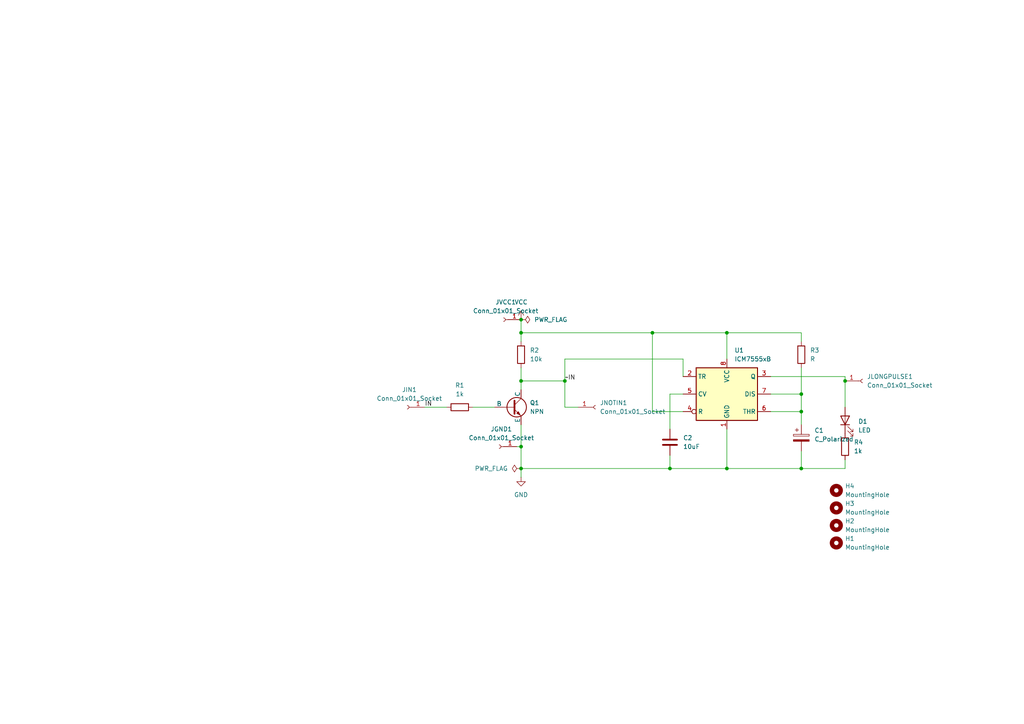
<source format=kicad_sch>
(kicad_sch (version 20231120) (generator "eeschema") (generator_version "8.0")
  (paper "A4")
  (title_block (title "SA22C - PPS_OUT pulse extender") (date "2024-04-12") (comment 1 "to extend it to ~1/4 sec so humans can see it.") (comment 2 "Pulse is 400ns, way too short to be visible so invert the pulse use a 555 as monostable"))
  (lib_symbols
    (symbol "Connector:Conn_01x01_Socket" (pin_names (offset 1.016) hide)
      (property "Reference" "J" (at 0 2.54 0))
      (property "Value" "Conn_01x01_Socket" (at 0 -2.54 0))
      (symbol "Conn_01x01_Socket_1_1"
        (polyline (pts (xy -1.27 0) (xy -0.508 0)) (stroke (width 0.1524)))
        (arc (start 0 0.508) (mid -0.5058 0) (end 0 -0.508) (stroke (width 0.1524)))
        (pin passive line (at -5.08 0 0) (length 3.81) (name "Pin_1") (number "1"))
      )
    )
    (symbol "Device:C" (pin_numbers hide) (pin_names (offset 0.254))
      (property "Reference" "C" (at 0.635 2.54 0))
      (property "Value" "C" (at 0.635 -2.54 0))
      (symbol "C_0_1"
        (polyline (pts (xy -2.032 -0.762) (xy 2.032 -0.762)) (stroke (width 0.508)))
        (polyline (pts (xy -2.032 0.762) (xy 2.032 0.762)) (stroke (width 0.508)))
      )
      (symbol "C_1_1"
        (pin passive line (at 0 3.81 270) (length 2.794) (name "~") (number "1"))
        (pin passive line (at 0 -3.81 90) (length 2.794) (name "~") (number "2"))
      )
    )
    (symbol "Device:C_Polarized" (pin_numbers hide) (pin_names (offset 0.254))
      (property "Reference" "C" (at 0.635 2.54 0))
      (property "Value" "C_Polarized" (at 0.635 -2.54 0))
      (symbol "C_Polarized_0_1"
        (rectangle (start -2.286 0.508) (end 2.286 1.016))
        (polyline (pts (xy -1.778 2.286) (xy -0.762 2.286)))
        (polyline (pts (xy -1.27 2.794) (xy -1.27 1.778)))
        (rectangle (start 2.286 -0.508) (end -2.286 -1.016) (fill (type outline)))
      )
      (symbol "C_Polarized_1_1"
        (pin passive line (at 0 3.81 270) (length 2.794) (name "~") (number "1"))
        (pin passive line (at 0 -3.81 90) (length 2.794) (name "~") (number "2"))
      )
    )
    (symbol "Device:LED" (pin_numbers hide) (pin_names (offset 1.016) hide)
      (property "Reference" "D" (at 0 2.54 0))
      (property "Value" "LED" (at 0 -2.54 0))
      (symbol "LED_0_1"
        (polyline (pts (xy -1.27 -1.27) (xy -1.27 1.27)) (stroke (width 0.254)))
        (polyline (pts (xy -1.27 0) (xy 1.27 0)))
        (polyline (pts (xy 1.27 -1.27) (xy 1.27 1.27) (xy -1.27 0) (xy 1.27 -1.27)) (stroke (width 0.254)))
        (polyline (pts (xy -3.048 -0.762) (xy -4.572 -2.286) (xy -3.81 -2.286) (xy -4.572 -2.286) (xy -4.572 -1.524)))
        (polyline (pts (xy -1.778 -0.762) (xy -3.302 -2.286) (xy -2.54 -2.286) (xy -3.302 -2.286) (xy -3.302 -1.524)))
      )
      (symbol "LED_1_1"
        (pin passive line (at -3.81 0 0) (length 2.54) (name "K") (number "1"))
        (pin passive line (at 3.81 0 180) (length 2.54) (name "A") (number "2"))
      )
    )
    (symbol "Device:R" (pin_numbers hide) (pin_names (offset 0))
      (property "Reference" "R" (at 2.032 0 90))
      (property "Value" "R" (at 0 0 90))
      (symbol "R_0_1"
        (rectangle (start -1.016 -2.54) (end 1.016 2.54) (stroke (width 0.254)))
      )
      (symbol "R_1_1"
        (pin passive line (at 0 3.81 270) (length 1.27) (name "~") (number "1"))
        (pin passive line (at 0 -3.81 90) (length 1.27) (name "~") (number "2"))
      )
    )
    (symbol "Mechanical:MountingHole" (pin_names (offset 1.016)) (exclude_from_sim yes) (in_bom no)
      (property "Reference" "H" (at 0 5.08 0))
      (property "Value" "MountingHole" (at 0 3.175 0))
      (symbol "MountingHole_0_1"
        (circle (center 0 0) (radius 1.27) (stroke (width 1.27)))
      )
    )
    (symbol "Simulation_SPICE:NPN" (pin_numbers hide) (pin_names (offset 0))
      (property "Reference" "Q" (at -2.54 7.62 0))
      (property "Value" "NPN" (at -2.54 5.08 0))
      (symbol "NPN_0_1"
        (polyline (pts (xy -2.54 0) (xy 0.635 0)) (stroke (width 0.1524)))
        (polyline (pts (xy 0.635 0.635) (xy 2.54 2.54)))
        (polyline (pts (xy 2.794 -1.27) (xy 2.794 -1.27)) (stroke (width 0.1524)))
        (polyline (pts (xy 2.794 -1.27) (xy 2.794 -1.27)) (stroke (width 0.1524)))
        (polyline (pts (xy 0.635 -0.635) (xy 2.54 -2.54) (xy 2.54 -2.54)))
        (polyline (pts (xy 0.635 1.905) (xy 0.635 -1.905) (xy 0.635 -1.905)) (stroke (width 0.508)))
        (polyline (pts (xy 1.27 -1.778) (xy 1.778 -1.27) (xy 2.286 -2.286) (xy 1.27 -1.778) (xy 1.27 -1.778)) (fill (type outline)))
        (circle (center 1.27 0) (radius 2.8194) (stroke (width 0.254)))
      )
      (symbol "NPN_1_1"
        (pin open_collector line (at 2.54 5.08 270) (length 2.54) (name "C") (number "1"))
        (pin input line (at -5.08 0 0) (length 2.54) (name "B") (number "2"))
        (pin open_emitter line (at 2.54 -5.08 90) (length 2.54) (name "E") (number "3"))
      )
    )
    (symbol "Timer:ICM7555xB"
      (property "Reference" "U" (at -10.16 8.89 0))
      (property "Value" "ICM7555xB" (at 2.54 8.89 0))
      (symbol "ICM7555xB_0_0"
        (pin power_in line (at 0 -10.16 90) (length 2.54) (name "GND") (number "1"))
        (pin power_in line (at 0 10.16 270) (length 2.54) (name "VCC") (number "8"))
      )
      (symbol "ICM7555xB_0_1"
        (rectangle (start -8.89 -7.62) (end 8.89 7.62) (stroke (width 0.254)) (fill (type background)))
        (rectangle (start -8.89 -7.62) (end 8.89 7.62) (stroke (width 0.254)) (fill (type background)))
      )
      (symbol "ICM7555xB_1_1"
        (pin input line (at -12.7 5.08 0) (length 3.81) (name "TR") (number "2"))
        (pin output line (at 12.7 5.08 180) (length 3.81) (name "Q") (number "3"))
        (pin input inverted (at -12.7 -5.08 0) (length 3.81) (name "R") (number "4"))
        (pin input line (at -12.7 0 0) (length 3.81) (name "CV") (number "5"))
        (pin input line (at 12.7 -5.08 180) (length 3.81) (name "THR") (number "6"))
        (pin input line (at 12.7 0 180) (length 3.81) (name "DIS") (number "7"))
      )
    )
    (symbol "power:GND" (power) (pin_numbers hide) (pin_names (offset 0) hide)
      (property "Value" "GND" (at 0 -3.81 0))
      (symbol "GND_0_1"
        (polyline (pts (xy 0 0) (xy 0 -1.27) (xy 1.27 -1.27) (xy 0 -2.54) (xy -1.27 -1.27) (xy 0 -1.27)))
      )
      (symbol "GND_1_1"
        (pin power_in line (at 0 0 270) (length 0) (name "~") (number "1"))
      )
    )
    (symbol "power:PWR_FLAG" (power) (pin_numbers hide) (pin_names (offset 0) hide)
      (property "Value" "PWR_FLAG" (at 0 3.81 0))
      (symbol "PWR_FLAG_0_0"
        (pin power_out line (at 0 0 90) (length 0) (name "~") (number "1"))
      )
      (symbol "PWR_FLAG_0_1"
        (polyline (pts (xy 0 0) (xy 0 1.27) (xy -1.016 1.905) (xy 0 2.54) (xy 1.016 1.905) (xy 0 1.27)))
      )
    )
    (symbol "power:VCC" (power) (pin_numbers hide) (pin_names (offset 0) hide)
      (property "Value" "VCC" (at 0 3.556 0))
      (symbol "VCC_0_1"
        (polyline (pts (xy -0.762 1.27) (xy 0 2.54)))
        (polyline (pts (xy 0 0) (xy 0 2.54)))
        (polyline (pts (xy 0 2.54) (xy 0.762 1.27)))
      )
      (symbol "VCC_1_1"
        (pin power_in line (at 0 0 90) (length 0) (name "~") (number "1"))
      )
    )
  )
  (junction (at 189.23 96.52))
  (junction (at 151.13 129.54))
  (junction (at 210.82 96.52))
  (junction (at 151.13 110.49))
  (junction (at 210.82 135.89))
  (junction (at 194.31 135.89))
  (junction (at 232.41 135.89))
  (junction (at 151.13 135.89))
  (junction (at 245.11 110.49))
  (junction (at 151.13 96.52))
  (junction (at 232.41 119.38))
  (junction (at 232.41 114.3))
  (junction (at 163.83 110.49))
  (junction (at 151.13 92.71))
  (wire (pts (xy 151.13 123.19) (xy 151.13 129.54)))
  (wire (pts (xy 198.12 119.38) (xy 189.23 119.38)))
  (wire (pts (xy 149.86 129.54) (xy 151.13 129.54)))
  (wire (pts (xy 232.41 135.89) (xy 210.82 135.89)))
  (wire (pts (xy 210.82 96.52) (xy 210.82 104.14)))
  (wire (pts (xy 245.11 110.49) (xy 245.11 118.11)))
  (wire (pts (xy 151.13 96.52) (xy 189.23 96.52)))
  (wire (pts (xy 123.19 118.11) (xy 129.54 118.11)))
  (wire (pts (xy 245.11 133.35) (xy 245.11 135.89)))
  (wire (pts (xy 223.52 119.38) (xy 232.41 119.38)))
  (wire (pts (xy 245.11 109.22) (xy 245.11 110.49)))
  (wire (pts (xy 163.83 118.11) (xy 167.64 118.11)))
  (wire (pts (xy 232.41 106.68) (xy 232.41 114.3)))
  (wire (pts (xy 151.13 106.68) (xy 151.13 110.49)))
  (wire (pts (xy 245.11 135.89) (xy 232.41 135.89)))
  (wire (pts (xy 194.31 135.89) (xy 210.82 135.89)))
  (wire (pts (xy 151.13 135.89) (xy 151.13 129.54)))
  (wire (pts (xy 198.12 104.14) (xy 163.83 104.14)))
  (wire (pts (xy 194.31 132.08) (xy 194.31 135.89)))
  (wire (pts (xy 137.16 118.11) (xy 143.51 118.11)))
  (wire (pts (xy 223.52 109.22) (xy 245.11 109.22)))
  (wire (pts (xy 151.13 110.49) (xy 151.13 113.03)))
  (wire (pts (xy 232.41 119.38) (xy 232.41 123.19)))
  (wire (pts (xy 151.13 92.71) (xy 151.13 96.52)))
  (wire (pts (xy 232.41 114.3) (xy 232.41 119.38)))
  (wire (pts (xy 151.13 96.52) (xy 151.13 99.06)))
  (wire (pts (xy 163.83 104.14) (xy 163.83 110.49)))
  (wire (pts (xy 198.12 109.22) (xy 198.12 104.14)))
  (wire (pts (xy 210.82 96.52) (xy 232.41 96.52)))
  (wire (pts (xy 223.52 114.3) (xy 232.41 114.3)))
  (wire (pts (xy 232.41 130.81) (xy 232.41 135.89)))
  (wire (pts (xy 232.41 96.52) (xy 232.41 99.06)))
  (wire (pts (xy 210.82 135.89) (xy 210.82 124.46)))
  (wire (pts (xy 151.13 135.89) (xy 194.31 135.89)))
  (wire (pts (xy 151.13 110.49) (xy 163.83 110.49)))
  (wire (pts (xy 189.23 96.52) (xy 210.82 96.52)))
  (wire (pts (xy 189.23 119.38) (xy 189.23 96.52)))
  (wire (pts (xy 194.31 114.3) (xy 194.31 124.46)))
  (wire (pts (xy 198.12 114.3) (xy 194.31 114.3)))
  (wire (pts (xy 151.13 138.43) (xy 151.13 135.89)))
  (wire (pts (xy 163.83 118.11) (xy 163.83 110.49)))
  (label "~IN" (at 163.83 110.49 0))
  (label "IN" (at 123.19 118.11 0))
  (symbol (lib_id "Device:R") (at 245.11 129.54 0) (unit 1)
    (property "Reference" "R4" (at 247.65 128.2699 0) (effects (justify left)))
    (property "Value" "1k" (at 247.65 130.8099 0) (effects (justify left)))
    (property "Footprint" "Resistor_THT:R_Axial_DIN0207_L6.3mm_D2.5mm_P7.62mm_Horizontal" (effects (hide yes)))
    (property "Description" "Resistor" (effects (hide yes)))
  )
  (symbol (lib_id "power:PWR_FLAG") (at 151.13 135.89 90) (unit 1)
    (property "Reference" "#FLG02" (effects (hide yes)))
    (property "Value" "PWR_FLAG" (at 147.32 135.8899 90) (effects (justify left)))
    (property "Description" "Special symbol for telling ERC where power comes from" (effects (hide yes)))
  )
  (symbol (lib_id "Mechanical:MountingHole") (at 242.57 157.48 0) (unit 1) (exclude_from_sim yes) (in_bom no)
    (property "Reference" "H1" (at 245.11 156.2099 0) (effects (justify left)))
    (property "Value" "MountingHole" (at 245.11 158.7499 0) (effects (justify left)))
    (property "Footprint" "MountingHole:MountingHole_3mm" (effects (hide yes)))
    (property "Description" "Mounting Hole without connection" (effects (hide yes)))
  )
  (symbol (lib_id "Device:LED") (at 245.11 121.92 90) (unit 1)
    (property "Reference" "D1" (at 248.92 122.2374 90) (effects (justify right)))
    (property "Value" "LED" (at 248.92 124.7774 90) (effects (justify right)))
    (property "Footprint" "LED_THT:LED_D3.0mm" (effects (hide yes)))
    (property "Description" "Light emitting diode" (effects (hide yes)))
  )
  (symbol (lib_id "Connector:Conn_01x01_Socket") (at 146.05 92.71 180) (unit 1)
    (property "Reference" "JVCC1" (at 146.685 87.63 0))
    (property "Value" "Conn_01x01_Socket" (at 146.685 90.17 0))
    (property "Footprint" "Connector_Pin:Pin_D1.0mm_L10.0mm" (effects (hide yes)))
    (property "Description" "Generic connector, single row, 01x01, script generated" (effects (hide yes)))
  )
  (symbol (lib_id "power:VCC") (at 151.13 92.71 0) (unit 1)
    (property "Reference" "#PWR01" (effects (hide yes)))
    (property "Value" "VCC" (at 151.13 87.63 0))
    (property "Description" "Power symbol creates a global label with name \"VCC\"" (effects (hide yes)))
  )
  (symbol (lib_id "power:GND") (at 151.13 138.43 0) (unit 1)
    (property "Reference" "#PWR02" (effects (hide yes)))
    (property "Value" "GND" (at 151.13 143.51 0))
    (property "Description" "Power symbol creates a global label with name \"GND\" , ground" (effects (hide yes)))
  )
  (symbol (lib_id "Device:C_Polarized") (at 232.41 127 0) (unit 1)
    (property "Reference" "C1" (at 236.22 124.8409 0) (effects (justify left)))
    (property "Value" "C_Polarized" (at 236.22 127.3809 0) (effects (justify left)))
    (property "Footprint" "Capacitor_THT:CP_Radial_D5.0mm_P2.50mm" (effects (hide yes)))
    (property "Description" "Polarized capacitor" (effects (hide yes)))
  )
  (symbol (lib_id "Connector:Conn_01x01_Socket") (at 250.19 110.49 0) (unit 1)
    (property "Reference" "JLONGPULSE1" (at 251.46 109.2199 0) (effects (justify left)))
    (property "Value" "Conn_01x01_Socket" (at 251.46 111.7599 0) (effects (justify left)))
    (property "Footprint" "Connector_Pin:Pin_D1.0mm_L10.0mm" (effects (hide yes)))
    (property "Description" "Generic connector, single row, 01x01, script generated" (effects (hide yes)))
  )
  (symbol (lib_id "power:PWR_FLAG") (at 151.13 92.71 270) (unit 1)
    (property "Reference" "#FLG01" (effects (hide yes)))
    (property "Value" "PWR_FLAG" (at 154.94 92.7099 90) (effects (justify left)))
    (property "Description" "Special symbol for telling ERC where power comes from" (effects (hide yes)))
  )
  (symbol (lib_id "Connector:Conn_01x01_Socket") (at 118.11 118.11 180) (unit 1)
    (property "Reference" "JIN1" (at 118.745 113.03 0))
    (property "Value" "Conn_01x01_Socket" (at 118.745 115.57 0))
    (property "Footprint" "Connector_Pin:Pin_D1.0mm_L10.0mm" (effects (hide yes)))
    (property "Description" "Generic connector, single row, 01x01, script generated" (effects (hide yes)))
  )
  (symbol (lib_id "Connector:Conn_01x01_Socket") (at 144.78 129.54 180) (unit 1)
    (property "Reference" "JGND1" (at 145.415 124.46 0))
    (property "Value" "Conn_01x01_Socket" (at 145.415 127 0))
    (property "Footprint" "Connector_Pin:Pin_D1.0mm_L10.0mm" (effects (hide yes)))
    (property "Description" "Generic connector, single row, 01x01, script generated" (effects (hide yes)))
  )
  (symbol (lib_id "Simulation_SPICE:NPN") (at 148.59 118.11 0) (unit 1)
    (property "Reference" "Q1" (at 153.67 116.8399 0) (effects (justify left)))
    (property "Value" "NPN" (at 153.67 119.3799 0) (effects (justify left)))
    (property "Footprint" "Package_TO_SOT_THT:TO-92_HandSolder" (effects (hide yes)))
    (property "Datasheet" "https://ngspice.sourceforge.io/docs/ngspice-html-manual/manual.xhtml#cha_BJTs" (effects (hide yes)))
    (property "Description" "Bipolar transistor symbol for simulation only, substrate tied to the emitter" (effects (hide yes)))
    (property "Sim.Device" "NPN" (effects (hide yes)))
    (property "Sim.Type" "GUMMELPOON" (effects (hide yes)))
    (property "Sim.Pins" "1=C 2=B 3=E" (effects (hide yes)))
  )
  (symbol (lib_id "Mechanical:MountingHole") (at 242.57 142.24 0) (unit 1) (exclude_from_sim yes) (in_bom no)
    (property "Reference" "H4" (at 245.11 140.9699 0) (effects (justify left)))
    (property "Value" "MountingHole" (at 245.11 143.5099 0) (effects (justify left)))
    (property "Footprint" "MountingHole:MountingHole_3mm" (effects (hide yes)))
    (property "Description" "Mounting Hole without connection" (effects (hide yes)))
  )
  (symbol (lib_id "Device:C") (at 194.31 128.27 0) (unit 1)
    (property "Reference" "C2" (at 198.12 126.9999 0) (effects (justify left)))
    (property "Value" "10uF" (at 198.12 129.5399 0) (effects (justify left)))
    (property "Footprint" "Capacitor_THT:C_Disc_D5.0mm_W2.5mm_P2.50mm" (effects (hide yes)))
    (property "Description" "Unpolarized capacitor" (effects (hide yes)))
  )
  (symbol (lib_id "Device:R") (at 151.13 102.87 0) (unit 1)
    (property "Reference" "R2" (at 153.67 101.5999 0) (effects (justify left)))
    (property "Value" "10k" (at 153.67 104.1399 0) (effects (justify left)))
    (property "Footprint" "Resistor_THT:R_Axial_DIN0207_L6.3mm_D2.5mm_P7.62mm_Horizontal" (effects (hide yes)))
    (property "Description" "Resistor" (effects (hide yes)))
  )
  (symbol (lib_id "Device:R") (at 133.35 118.11 90) (unit 1)
    (property "Reference" "R1" (at 133.35 111.76 90))
    (property "Value" "1k" (at 133.35 114.3 90))
    (property "Footprint" "Resistor_THT:R_Axial_DIN0207_L6.3mm_D2.5mm_P7.62mm_Horizontal" (effects (hide yes)))
    (property "Description" "Resistor" (effects (hide yes)))
  )
  (symbol (lib_id "Mechanical:MountingHole") (at 242.57 152.4 0) (unit 1) (exclude_from_sim yes) (in_bom no)
    (property "Reference" "H2" (at 245.11 151.1299 0) (effects (justify left)))
    (property "Value" "MountingHole" (at 245.11 153.6699 0) (effects (justify left)))
    (property "Footprint" "MountingHole:MountingHole_3mm" (effects (hide yes)))
    (property "Description" "Mounting Hole without connection" (effects (hide yes)))
  )
  (symbol (lib_id "Timer:ICM7555xB") (at 210.82 114.3 0) (unit 1)
    (property "Reference" "U1" (at 213.0141 101.6 0) (effects (justify left)))
    (property "Value" "ICM7555xB" (at 213.0141 104.14 0) (effects (justify left)))
    (property "Footprint" "Package_DIP:DIP-8_W7.62mm" (effects (hide yes)))
    (property "Datasheet" "http://www.intersil.com/content/dam/Intersil/documents/icm7/icm7555-56.pdf" (effects (hide yes)))
    (property "Description" "CMOS General Purpose Timer, 555 compatible, SOIC-8" (effects (hide yes)))
  )
  (symbol (lib_id "Mechanical:MountingHole") (at 242.57 147.32 0) (unit 1) (exclude_from_sim yes) (in_bom no)
    (property "Reference" "H3" (at 245.11 146.0499 0) (effects (justify left)))
    (property "Value" "MountingHole" (at 245.11 148.5899 0) (effects (justify left)))
    (property "Footprint" "MountingHole:MountingHole_3mm" (effects (hide yes)))
    (property "Description" "Mounting Hole without connection" (effects (hide yes)))
  )
  (symbol (lib_id "Device:R") (at 232.41 102.87 0) (unit 1)
    (property "Reference" "R3" (at 234.95 101.5999 0) (effects (justify left)))
    (property "Value" "R" (at 234.95 104.1399 0) (effects (justify left)))
    (property "Footprint" "Resistor_THT:R_Axial_DIN0207_L6.3mm_D2.5mm_P7.62mm_Horizontal" (effects (hide yes)))
    (property "Description" "Resistor" (effects (hide yes)))
  )
  (symbol (lib_id "Connector:Conn_01x01_Socket") (at 172.72 118.11 0) (unit 1)
    (property "Reference" "JNOTIN1" (at 173.99 116.8399 0) (effects (justify left)))
    (property "Value" "Conn_01x01_Socket" (at 173.99 119.3799 0) (effects (justify left)))
    (property "Footprint" "Connector_Pin:Pin_D1.0mm_L10.0mm" (effects (hide yes)))
    (property "Description" "Generic connector, single row, 01x01, script generated" (effects (hide yes)))
  )
)
</source>
